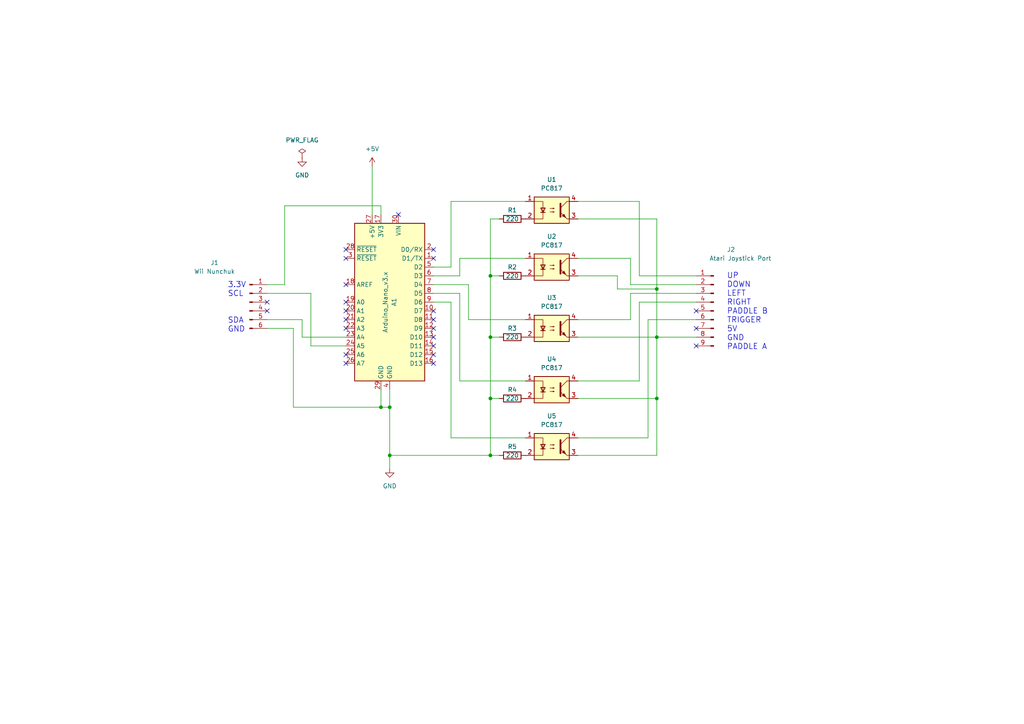
<source format=kicad_sch>
(kicad_sch (version 20211123) (generator eeschema)
  (paper "A4")
  (lib_symbols
    (symbol "Connector:Conn_01x06_Male" (pin_names (offset 1.016) hide)
      (property "Reference" "J" (at 0 7.62 0))
      (property "Value" "Conn_01x06_Male" (at 0 -10.16 0))
      (symbol "Conn_01x06_Male_1_1"
        (polyline (pts (xy 1.27 -7.62) (xy 0.8636 -7.62)) (stroke (width 0.1524)))
        (polyline (pts (xy 1.27 -5.08) (xy 0.8636 -5.08)) (stroke (width 0.1524)))
        (polyline (pts (xy 1.27 -2.54) (xy 0.8636 -2.54)) (stroke (width 0.1524)))
        (polyline (pts (xy 1.27 0) (xy 0.8636 0)) (stroke (width 0.1524)))
        (polyline (pts (xy 1.27 2.54) (xy 0.8636 2.54)) (stroke (width 0.1524)))
        (polyline (pts (xy 1.27 5.08) (xy 0.8636 5.08)) (stroke (width 0.1524)))
        (rectangle (start 0.8636 -7.493) (end 0 -7.747) (stroke (width 0.1524)) (fill (type outline)))
        (rectangle (start 0.8636 -4.953) (end 0 -5.207) (stroke (width 0.1524)) (fill (type outline)))
        (rectangle (start 0.8636 -2.413) (end 0 -2.667) (stroke (width 0.1524)) (fill (type outline)))
        (rectangle (start 0.8636 0.127) (end 0 -0.127) (stroke (width 0.1524)) (fill (type outline)))
        (rectangle (start 0.8636 2.667) (end 0 2.413) (stroke (width 0.1524)) (fill (type outline)))
        (rectangle (start 0.8636 5.207) (end 0 4.953) (stroke (width 0.1524)) (fill (type outline)))
        (pin passive line (at 5.08 5.08 180) (length 3.81) (name "Pin_1") (number "1"))
        (pin passive line (at 5.08 2.54 180) (length 3.81) (name "Pin_2") (number "2"))
        (pin passive line (at 5.08 0 180) (length 3.81) (name "Pin_3") (number "3"))
        (pin passive line (at 5.08 -2.54 180) (length 3.81) (name "Pin_4") (number "4"))
        (pin passive line (at 5.08 -5.08 180) (length 3.81) (name "Pin_5") (number "5"))
        (pin passive line (at 5.08 -7.62 180) (length 3.81) (name "Pin_6") (number "6"))
      )
    )
    (symbol "Connector:Conn_01x09_Male" (pin_names (offset 1.016) hide)
      (property "Reference" "J" (at 0 12.7 0))
      (property "Value" "Conn_01x09_Male" (at 0 -12.7 0))
      (symbol "Conn_01x09_Male_1_1"
        (polyline (pts (xy 1.27 -10.16) (xy 0.8636 -10.16)) (stroke (width 0.1524)))
        (polyline (pts (xy 1.27 -7.62) (xy 0.8636 -7.62)) (stroke (width 0.1524)))
        (polyline (pts (xy 1.27 -5.08) (xy 0.8636 -5.08)) (stroke (width 0.1524)))
        (polyline (pts (xy 1.27 -2.54) (xy 0.8636 -2.54)) (stroke (width 0.1524)))
        (polyline (pts (xy 1.27 0) (xy 0.8636 0)) (stroke (width 0.1524)))
        (polyline (pts (xy 1.27 2.54) (xy 0.8636 2.54)) (stroke (width 0.1524)))
        (polyline (pts (xy 1.27 5.08) (xy 0.8636 5.08)) (stroke (width 0.1524)))
        (polyline (pts (xy 1.27 7.62) (xy 0.8636 7.62)) (stroke (width 0.1524)))
        (polyline (pts (xy 1.27 10.16) (xy 0.8636 10.16)) (stroke (width 0.1524)))
        (rectangle (start 0.8636 -10.033) (end 0 -10.287) (stroke (width 0.1524)) (fill (type outline)))
        (rectangle (start 0.8636 -7.493) (end 0 -7.747) (stroke (width 0.1524)) (fill (type outline)))
        (rectangle (start 0.8636 -4.953) (end 0 -5.207) (stroke (width 0.1524)) (fill (type outline)))
        (rectangle (start 0.8636 -2.413) (end 0 -2.667) (stroke (width 0.1524)) (fill (type outline)))
        (rectangle (start 0.8636 0.127) (end 0 -0.127) (stroke (width 0.1524)) (fill (type outline)))
        (rectangle (start 0.8636 2.667) (end 0 2.413) (stroke (width 0.1524)) (fill (type outline)))
        (rectangle (start 0.8636 5.207) (end 0 4.953) (stroke (width 0.1524)) (fill (type outline)))
        (rectangle (start 0.8636 7.747) (end 0 7.493) (stroke (width 0.1524)) (fill (type outline)))
        (rectangle (start 0.8636 10.287) (end 0 10.033) (stroke (width 0.1524)) (fill (type outline)))
        (pin passive line (at 5.08 10.16 180) (length 3.81) (name "Pin_1") (number "1"))
        (pin passive line (at 5.08 7.62 180) (length 3.81) (name "Pin_2") (number "2"))
        (pin passive line (at 5.08 5.08 180) (length 3.81) (name "Pin_3") (number "3"))
        (pin passive line (at 5.08 2.54 180) (length 3.81) (name "Pin_4") (number "4"))
        (pin passive line (at 5.08 0 180) (length 3.81) (name "Pin_5") (number "5"))
        (pin passive line (at 5.08 -2.54 180) (length 3.81) (name "Pin_6") (number "6"))
        (pin passive line (at 5.08 -5.08 180) (length 3.81) (name "Pin_7") (number "7"))
        (pin passive line (at 5.08 -7.62 180) (length 3.81) (name "Pin_8") (number "8"))
        (pin passive line (at 5.08 -10.16 180) (length 3.81) (name "Pin_9") (number "9"))
      )
    )
    (symbol "Device:R" (pin_numbers hide) (pin_names (offset 0))
      (property "Reference" "R" (at 2.032 0 90))
      (property "Value" "R" (at 0 0 90))
      (symbol "R_0_1"
        (rectangle (start -1.016 -2.54) (end 1.016 2.54) (stroke (width 0.254)))
      )
      (symbol "R_1_1"
        (pin passive line (at 0 3.81 270) (length 1.27) (name "~") (number "1"))
        (pin passive line (at 0 -3.81 90) (length 1.27) (name "~") (number "2"))
      )
    )
    (symbol "Isolator:PC817" (pin_names (offset 1.016))
      (property "Reference" "U" (at -5.08 5.08 0))
      (property "Value" "PC817" (at 0 5.08 0))
      (symbol "PC817_0_1"
        (rectangle (start -5.08 3.81) (end 5.08 -3.81) (stroke (width 0.254)) (fill (type background)))
        (polyline (pts (xy -3.175 -0.635) (xy -1.905 -0.635)) (stroke (width 0.254)))
        (polyline (pts (xy 2.54 0.635) (xy 4.445 2.54)))
        (polyline (pts (xy 4.445 -2.54) (xy 2.54 -0.635)) (fill (type outline)))
        (polyline (pts (xy 4.445 -2.54) (xy 5.08 -2.54)))
        (polyline (pts (xy 4.445 2.54) (xy 5.08 2.54)))
        (polyline (pts (xy -5.08 2.54) (xy -2.54 2.54) (xy -2.54 -0.635)))
        (polyline (pts (xy -2.54 -0.635) (xy -2.54 -2.54) (xy -5.08 -2.54)))
        (polyline (pts (xy 2.54 1.905) (xy 2.54 -1.905) (xy 2.54 -1.905)) (stroke (width 0.508)))
        (polyline (pts (xy -2.54 -0.635) (xy -3.175 0.635) (xy -1.905 0.635) (xy -2.54 -0.635)) (stroke (width 0.254)))
        (polyline (pts (xy -0.508 -0.508) (xy 0.762 -0.508) (xy 0.381 -0.635) (xy 0.381 -0.381) (xy 0.762 -0.508)))
        (polyline (pts (xy -0.508 0.508) (xy 0.762 0.508) (xy 0.381 0.381) (xy 0.381 0.635) (xy 0.762 0.508)))
        (polyline (pts (xy 3.048 -1.651) (xy 3.556 -1.143) (xy 4.064 -2.159) (xy 3.048 -1.651) (xy 3.048 -1.651)) (fill (type outline)))
      )
      (symbol "PC817_1_1"
        (pin passive line (at -7.62 2.54 0) (length 2.54) (name "~") (number "1"))
        (pin passive line (at -7.62 -2.54 0) (length 2.54) (name "~") (number "2"))
        (pin passive line (at 7.62 -2.54 180) (length 2.54) (name "~") (number "3"))
        (pin passive line (at 7.62 2.54 180) (length 2.54) (name "~") (number "4"))
      )
    )
    (symbol "MCU_Module:Arduino_Nano_v3.x"
      (property "Reference" "A" (at -10.16 23.495 0))
      (property "Value" "Arduino_Nano_v3.x" (at 5.08 -24.13 0))
      (symbol "Arduino_Nano_v3.x_0_1"
        (rectangle (start -10.16 22.86) (end 10.16 -22.86) (stroke (width 0.254)) (fill (type background)))
      )
      (symbol "Arduino_Nano_v3.x_1_1"
        (pin bidirectional line (at -12.7 12.7 0) (length 2.54) (name "D1/TX") (number "1"))
        (pin bidirectional line (at -12.7 -2.54 0) (length 2.54) (name "D7") (number "10"))
        (pin bidirectional line (at -12.7 -5.08 0) (length 2.54) (name "D8") (number "11"))
        (pin bidirectional line (at -12.7 -7.62 0) (length 2.54) (name "D9") (number "12"))
        (pin bidirectional line (at -12.7 -10.16 0) (length 2.54) (name "D10") (number "13"))
        (pin bidirectional line (at -12.7 -12.7 0) (length 2.54) (name "D11") (number "14"))
        (pin bidirectional line (at -12.7 -15.24 0) (length 2.54) (name "D12") (number "15"))
        (pin bidirectional line (at -12.7 -17.78 0) (length 2.54) (name "D13") (number "16"))
        (pin power_out line (at 2.54 25.4 270) (length 2.54) (name "3V3") (number "17"))
        (pin input line (at 12.7 5.08 180) (length 2.54) (name "AREF") (number "18"))
        (pin bidirectional line (at 12.7 0 180) (length 2.54) (name "A0") (number "19"))
        (pin bidirectional line (at -12.7 15.24 0) (length 2.54) (name "D0/RX") (number "2"))
        (pin bidirectional line (at 12.7 -2.54 180) (length 2.54) (name "A1") (number "20"))
        (pin bidirectional line (at 12.7 -5.08 180) (length 2.54) (name "A2") (number "21"))
        (pin bidirectional line (at 12.7 -7.62 180) (length 2.54) (name "A3") (number "22"))
        (pin bidirectional line (at 12.7 -10.16 180) (length 2.54) (name "A4") (number "23"))
        (pin bidirectional line (at 12.7 -12.7 180) (length 2.54) (name "A5") (number "24"))
        (pin bidirectional line (at 12.7 -15.24 180) (length 2.54) (name "A6") (number "25"))
        (pin bidirectional line (at 12.7 -17.78 180) (length 2.54) (name "A7") (number "26"))
        (pin power_out line (at 5.08 25.4 270) (length 2.54) (name "+5V") (number "27"))
        (pin input line (at 12.7 15.24 180) (length 2.54) (name "~{RESET}") (number "28"))
        (pin power_in line (at 2.54 -25.4 90) (length 2.54) (name "GND") (number "29"))
        (pin input line (at 12.7 12.7 180) (length 2.54) (name "~{RESET}") (number "3"))
        (pin power_in line (at -2.54 25.4 270) (length 2.54) (name "VIN") (number "30"))
        (pin power_in line (at 0 -25.4 90) (length 2.54) (name "GND") (number "4"))
        (pin bidirectional line (at -12.7 10.16 0) (length 2.54) (name "D2") (number "5"))
        (pin bidirectional line (at -12.7 7.62 0) (length 2.54) (name "D3") (number "6"))
        (pin bidirectional line (at -12.7 5.08 0) (length 2.54) (name "D4") (number "7"))
        (pin bidirectional line (at -12.7 2.54 0) (length 2.54) (name "D5") (number "8"))
        (pin bidirectional line (at -12.7 0 0) (length 2.54) (name "D6") (number "9"))
      )
    )
    (symbol "power:+5V" (power) (pin_names (offset 0))
      (property "Value" "+5V" (at 0 3.556 0))
      (symbol "+5V_0_1"
        (polyline (pts (xy -0.762 1.27) (xy 0 2.54)))
        (polyline (pts (xy 0 0) (xy 0 2.54)))
        (polyline (pts (xy 0 2.54) (xy 0.762 1.27)))
      )
      (symbol "+5V_1_1"
        (pin power_in line (at 0 0 90) (length 0) hide (name "+5V") (number "1"))
      )
    )
    (symbol "power:GND" (power) (pin_names (offset 0))
      (property "Value" "GND" (at 0 -3.81 0))
      (symbol "GND_0_1"
        (polyline (pts (xy 0 0) (xy 0 -1.27) (xy 1.27 -1.27) (xy 0 -2.54) (xy -1.27 -1.27) (xy 0 -1.27)))
      )
      (symbol "GND_1_1"
        (pin power_in line (at 0 0 270) (length 0) hide (name "GND") (number "1"))
      )
    )
    (symbol "power:PWR_FLAG" (power) (pin_numbers hide) (pin_names (offset 0) hide)
      (property "Value" "PWR_FLAG" (at 0 3.81 0))
      (symbol "PWR_FLAG_0_0"
        (pin power_out line (at 0 0 90) (length 0) (name "pwr") (number "1"))
      )
      (symbol "PWR_FLAG_0_1"
        (polyline (pts (xy 0 0) (xy 0 1.27) (xy -1.016 1.905) (xy 0 2.54) (xy 1.016 1.905) (xy 0 1.27)))
      )
    )
  )
  (junction (at 190.5 115.57))
  (junction (at 142.24 115.57))
  (junction (at 142.24 97.79))
  (junction (at 190.5 83.82))
  (junction (at 113.03 132.08))
  (junction (at 142.24 80.01))
  (junction (at 190.5 97.79))
  (junction (at 110.49 118.11))
  (junction (at 113.03 118.11))
  (junction (at 142.24 132.08))
  (no_connect (at 100.33 72.39))
  (no_connect (at 125.73 90.17))
  (no_connect (at 125.73 100.33))
  (no_connect (at 125.73 105.41))
  (no_connect (at 115.57 62.23))
  (no_connect (at 100.33 87.63))
  (no_connect (at 125.73 72.39))
  (no_connect (at 100.33 102.87))
  (no_connect (at 100.33 95.25))
  (no_connect (at 125.73 102.87))
  (no_connect (at 125.73 74.93))
  (no_connect (at 100.33 74.93))
  (no_connect (at 201.93 95.25))
  (no_connect (at 125.73 95.25))
  (no_connect (at 100.33 105.41))
  (no_connect (at 100.33 82.55))
  (no_connect (at 77.47 90.17))
  (no_connect (at 77.47 87.63))
  (no_connect (at 125.73 97.79))
  (no_connect (at 201.93 90.17))
  (no_connect (at 125.73 92.71))
  (no_connect (at 201.93 100.33))
  (no_connect (at 100.33 90.17))
  (no_connect (at 100.33 92.71))
  (wire (pts (xy 113.03 132.08) (xy 142.24 132.08)))
  (wire (pts (xy 125.73 87.63) (xy 130.81 87.63)))
  (wire (pts (xy 190.5 132.08) (xy 190.5 115.57)))
  (wire (pts (xy 125.73 85.09) (xy 133.35 85.09)))
  (wire (pts (xy 167.64 115.57) (xy 190.5 115.57)))
  (wire (pts (xy 185.42 110.49) (xy 185.42 87.63)))
  (wire (pts (xy 190.5 63.5) (xy 190.5 83.82)))
  (wire (pts (xy 90.17 85.09) (xy 90.17 100.33)))
  (wire (pts (xy 167.64 110.49) (xy 185.42 110.49)))
  (wire (pts (xy 185.42 58.42) (xy 185.42 80.01)))
  (wire (pts (xy 182.88 74.93) (xy 182.88 82.55)))
  (wire (pts (xy 144.78 63.5) (xy 142.24 63.5)))
  (wire (pts (xy 113.03 118.11) (xy 113.03 132.08)))
  (wire (pts (xy 77.47 85.09) (xy 90.17 85.09)))
  (wire (pts (xy 113.03 113.03) (xy 113.03 118.11)))
  (wire (pts (xy 133.35 80.01) (xy 133.35 74.93)))
  (wire (pts (xy 133.35 110.49) (xy 152.4 110.49)))
  (wire (pts (xy 90.17 100.33) (xy 100.33 100.33)))
  (wire (pts (xy 182.88 85.09) (xy 201.93 85.09)))
  (wire (pts (xy 142.24 80.01) (xy 144.78 80.01)))
  (wire (pts (xy 82.55 82.55) (xy 82.55 59.69)))
  (wire (pts (xy 133.35 74.93) (xy 152.4 74.93)))
  (wire (pts (xy 135.89 82.55) (xy 135.89 92.71)))
  (wire (pts (xy 187.96 92.71) (xy 201.93 92.71)))
  (wire (pts (xy 130.81 87.63) (xy 130.81 127)))
  (wire (pts (xy 130.81 58.42) (xy 152.4 58.42)))
  (wire (pts (xy 142.24 80.01) (xy 142.24 97.79)))
  (wire (pts (xy 77.47 82.55) (xy 82.55 82.55)))
  (wire (pts (xy 130.81 127) (xy 152.4 127)))
  (wire (pts (xy 113.03 132.08) (xy 113.03 135.89)))
  (wire (pts (xy 179.07 80.01) (xy 179.07 83.82)))
  (wire (pts (xy 182.88 82.55) (xy 201.93 82.55)))
  (wire (pts (xy 142.24 132.08) (xy 144.78 132.08)))
  (wire (pts (xy 142.24 115.57) (xy 144.78 115.57)))
  (wire (pts (xy 130.81 77.47) (xy 130.81 58.42)))
  (wire (pts (xy 77.47 92.71) (xy 87.63 92.71)))
  (wire (pts (xy 167.64 92.71) (xy 182.88 92.71)))
  (wire (pts (xy 110.49 59.69) (xy 110.49 62.23)))
  (wire (pts (xy 167.64 63.5) (xy 190.5 63.5)))
  (wire (pts (xy 87.63 97.79) (xy 100.33 97.79)))
  (wire (pts (xy 190.5 97.79) (xy 201.93 97.79)))
  (wire (pts (xy 182.88 92.71) (xy 182.88 85.09)))
  (wire (pts (xy 133.35 85.09) (xy 133.35 110.49)))
  (wire (pts (xy 185.42 80.01) (xy 201.93 80.01)))
  (wire (pts (xy 167.64 97.79) (xy 190.5 97.79)))
  (wire (pts (xy 167.64 58.42) (xy 185.42 58.42)))
  (wire (pts (xy 187.96 127) (xy 187.96 92.71)))
  (wire (pts (xy 125.73 77.47) (xy 130.81 77.47)))
  (wire (pts (xy 185.42 87.63) (xy 201.93 87.63)))
  (wire (pts (xy 142.24 63.5) (xy 142.24 80.01)))
  (wire (pts (xy 125.73 80.01) (xy 133.35 80.01)))
  (wire (pts (xy 107.95 48.26) (xy 107.95 62.23)))
  (wire (pts (xy 142.24 97.79) (xy 142.24 115.57)))
  (wire (pts (xy 85.09 95.25) (xy 85.09 118.11)))
  (wire (pts (xy 135.89 92.71) (xy 152.4 92.71)))
  (wire (pts (xy 85.09 118.11) (xy 110.49 118.11)))
  (wire (pts (xy 110.49 118.11) (xy 113.03 118.11)))
  (wire (pts (xy 167.64 80.01) (xy 179.07 80.01)))
  (wire (pts (xy 167.64 74.93) (xy 182.88 74.93)))
  (wire (pts (xy 142.24 97.79) (xy 144.78 97.79)))
  (wire (pts (xy 82.55 59.69) (xy 110.49 59.69)))
  (wire (pts (xy 167.64 127) (xy 187.96 127)))
  (wire (pts (xy 87.63 92.71) (xy 87.63 97.79)))
  (wire (pts (xy 125.73 82.55) (xy 135.89 82.55)))
  (wire (pts (xy 190.5 83.82) (xy 190.5 97.79)))
  (wire (pts (xy 190.5 115.57) (xy 190.5 97.79)))
  (wire (pts (xy 110.49 113.03) (xy 110.49 118.11)))
  (wire (pts (xy 142.24 115.57) (xy 142.24 132.08)))
  (wire (pts (xy 167.64 132.08) (xy 190.5 132.08)))
  (wire (pts (xy 77.47 95.25) (xy 85.09 95.25)))
  (wire (pts (xy 179.07 83.82) (xy 190.5 83.82)))
  (text "3.3V\nSCL\n\n\nSDA\nGND" (at 66.04 96.52 0) (effects (font (size 1.6 1.6)) (justify left bottom)))
  (text "UP\nDOWN\nLEFT\nRIGHT\nPADDLE B\nTRIGGER\n5V\nGND\nPADDLE A" (at 210.82 101.6 0) (effects (font (size 1.6 1.6)) (justify left bottom)))
  (symbol (lib_id "power:PWR_FLAG") (at 87.63 45.72 0) (unit 1)
    (property "Reference" "#FLG0101" (effects hide))
    (property "Value" "PWR_FLAG" (at 87.63 40.64 0))
  )
  (symbol (lib_id "Isolator:PC817") (at 160.02 113.03 0) (unit 1)
    (property "Reference" "U4" (at 160.02 104.14 0))
    (property "Value" "PC817" (at 160.02 106.68 0))
    (property "Footprint" "Package_DIP:DIP-4_W7.62mm" (effects hide))
    (property "Datasheet" "http://www.soselectronic.cz/a_info/resource/d/pc817.pdf" (effects hide))
  )
  (symbol (lib_id "Device:R") (at 148.59 132.08 90) (unit 1)
    (property "Reference" "R5" (at 148.59 129.54 90))
    (property "Value" "220" (at 148.59 132.08 90))
  )
  (symbol (lib_id "Connector:Conn_01x06_Male") (at 72.39 87.63 0) (unit 1)
    (property "Reference" "J1" (at 62.23 76.2 0))
    (property "Value" "Wii Nunchuk" (at 62.23 78.74 0))
  )
  (symbol (lib_id "Device:R") (at 148.59 115.57 90) (unit 1)
    (property "Reference" "R4" (at 148.59 113.03 90))
    (property "Value" "220" (at 148.59 115.57 90))
  )
  (symbol (lib_id "Connector:Conn_01x09_Male") (at 207.01 90.17 0) (mirror y) (unit 1)
    (property "Reference" "J2" (at 210.82 72.39 0) (effects (justify right)))
    (property "Value" "Atari Joystick Port" (at 205.74 74.93 0) (effects (justify right)))
  )
  (symbol (lib_id "MCU_Module:Arduino_Nano_v3.x") (at 113.03 87.63 0) (mirror y) (unit 1)
    (property "Reference" "A1" (at 114.3 86.36 90) (effects (justify right)))
    (property "Value" "Arduino_Nano_v3.x" (at 111.76 78.74 90) (effects (justify right)))
    (property "Footprint" "Module:Arduino_Nano" (effects hide))
    (property "Datasheet" "http://www.mouser.com/pdfdocs/Gravitech_Arduino_Nano3_0.pdf" (effects hide))
  )
  (symbol (lib_id "Isolator:PC817") (at 160.02 60.96 0) (unit 1)
    (property "Reference" "U1" (at 160.02 52.07 0))
    (property "Value" "PC817" (at 160.02 54.61 0))
    (property "Footprint" "Package_DIP:DIP-4_W7.62mm" (effects hide))
    (property "Datasheet" "http://www.soselectronic.cz/a_info/resource/d/pc817.pdf" (effects hide))
  )
  (symbol (lib_id "Isolator:PC817") (at 160.02 129.54 0) (unit 1)
    (property "Reference" "U5" (at 160.02 120.65 0))
    (property "Value" "PC817" (at 160.02 123.19 0))
    (property "Footprint" "Package_DIP:DIP-4_W7.62mm" (effects hide))
    (property "Datasheet" "http://www.soselectronic.cz/a_info/resource/d/pc817.pdf" (effects hide))
  )
  (symbol (lib_id "power:GND") (at 113.03 135.89 0) (unit 1)
    (property "Reference" "#PWR0101" (effects hide))
    (property "Value" "GND" (at 113.03 140.97 0))
  )
  (symbol (lib_id "Device:R") (at 148.59 80.01 90) (unit 1)
    (property "Reference" "R2" (at 148.59 77.47 90))
    (property "Value" "220" (at 148.59 80.01 90))
  )
  (symbol (lib_id "Device:R") (at 148.59 63.5 90) (unit 1)
    (property "Reference" "R1" (at 148.59 60.96 90))
    (property "Value" "220" (at 148.59 63.5 90))
  )
  (symbol (lib_id "power:GND") (at 87.63 45.72 0) (unit 1)
    (property "Reference" "#PWR0104" (effects hide))
    (property "Value" "GND" (at 87.63 50.8 0))
  )
  (symbol (lib_id "Device:R") (at 148.59 97.79 90) (unit 1)
    (property "Reference" "R3" (at 148.59 95.25 90))
    (property "Value" "220" (at 148.59 97.79 90))
  )
  (symbol (lib_id "Isolator:PC817") (at 160.02 95.25 0) (unit 1)
    (property "Reference" "U3" (at 160.02 86.36 0))
    (property "Value" "PC817" (at 160.02 88.9 0))
    (property "Footprint" "Package_DIP:DIP-4_W7.62mm" (effects hide))
    (property "Datasheet" "http://www.soselectronic.cz/a_info/resource/d/pc817.pdf" (effects hide))
  )
  (symbol (lib_id "power:+5V") (at 107.95 48.26 0) (unit 1)
    (property "Reference" "#PWR0102" (effects hide))
    (property "Value" "+5V" (at 107.95 43.18 0))
  )
  (symbol (lib_id "Isolator:PC817") (at 160.02 77.47 0) (unit 1)
    (property "Reference" "U2" (at 160.02 68.58 0))
    (property "Value" "PC817" (at 160.02 71.12 0))
    (property "Footprint" "Package_DIP:DIP-4_W7.62mm" (effects hide))
    (property "Datasheet" "http://www.soselectronic.cz/a_info/resource/d/pc817.pdf" (effects hide))
  )
)
</source>
